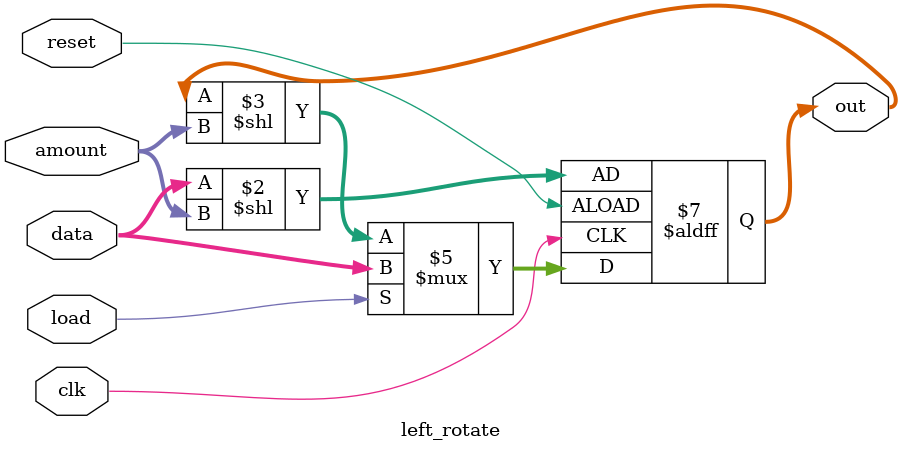
<source format=v>
module left_rotate(clk,reset,amount,data,load,out);
input clk,reset;
input [2:0] amount;
input [7:0] data;
input load;
output reg [7:0] out;
// when load is high, load data to out
// otherwise rotate the out register followed by left shift the out register by amount bits
always @(posedge clk or posedge reset) begin
    if (reset) begin
        out <= (data << amount);
    end else begin
        if (load) begin
            out <= data;
        end else begin
            out <= out << amount;
        end
    end
end
endmodule

</source>
